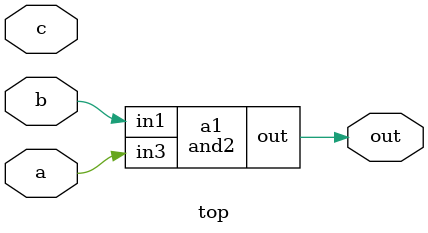
<source format=v>
module and2 (in1,in2,clk,out);
input in1,in2;
input clk;
output out;

assign out = in1 & in2;
endmodule

module top (a,b,c,out);
input a,b,c;
output out;

and2 a1 (.out(out),.in3(a),.in1(b));

endmodule

</source>
